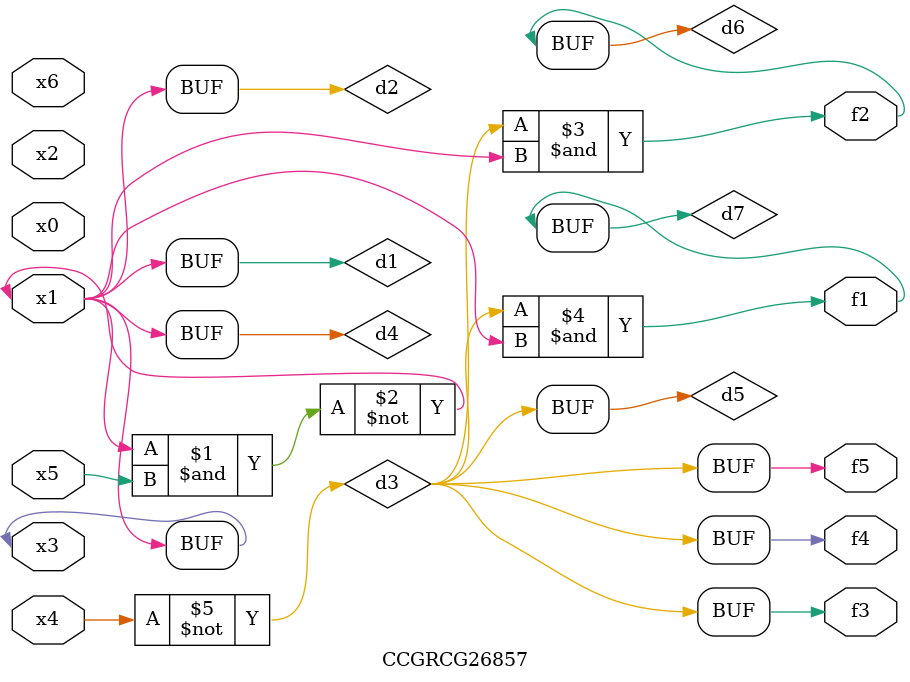
<source format=v>
module CCGRCG26857(
	input x0, x1, x2, x3, x4, x5, x6,
	output f1, f2, f3, f4, f5
);

	wire d1, d2, d3, d4, d5, d6, d7;

	buf (d1, x1, x3);
	nand (d2, x1, x5);
	not (d3, x4);
	buf (d4, d1, d2);
	buf (d5, d3);
	and (d6, d3, d4);
	and (d7, d3, d4);
	assign f1 = d7;
	assign f2 = d6;
	assign f3 = d5;
	assign f4 = d5;
	assign f5 = d5;
endmodule

</source>
